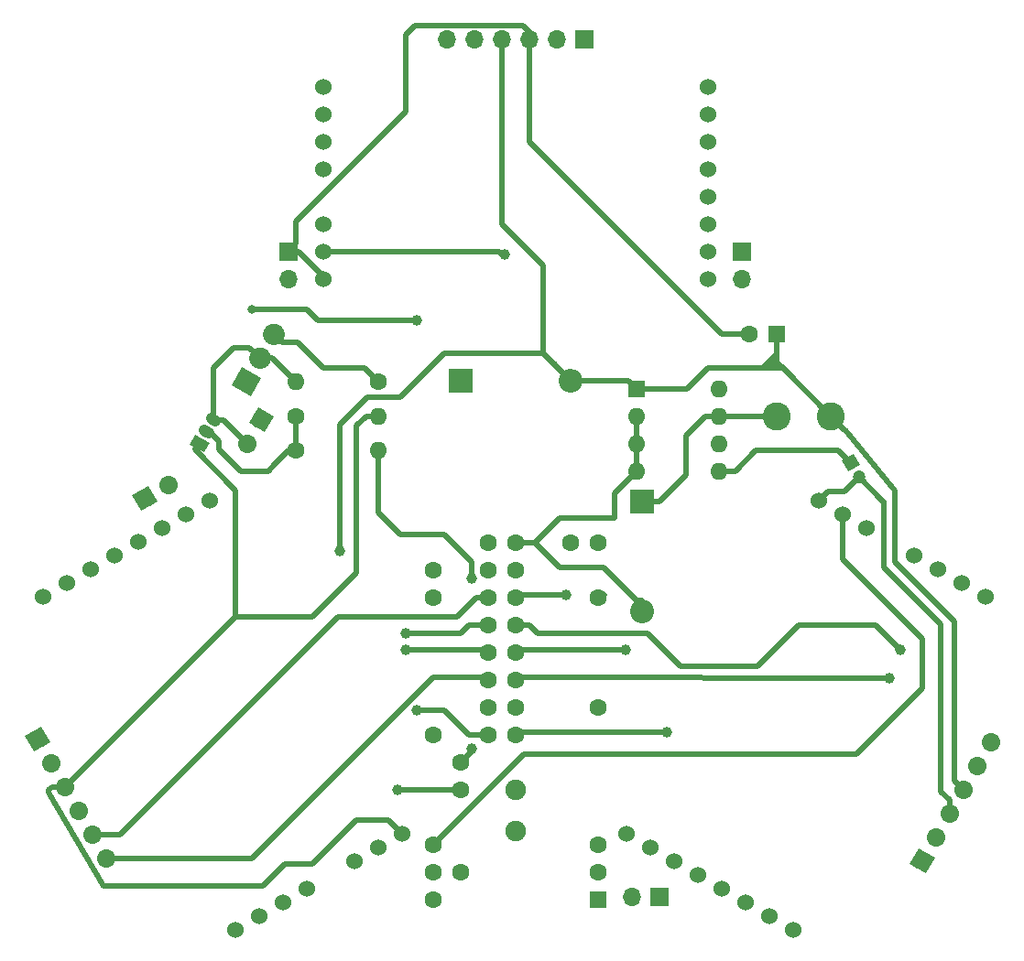
<source format=gbl>
G04 #@! TF.GenerationSoftware,KiCad,Pcbnew,5.0.2-bee76a0~70~ubuntu18.04.1*
G04 #@! TF.CreationDate,2019-01-29T21:25:52+01:00*
G04 #@! TF.ProjectId,Robot Propulsion V2,526f626f-7420-4507-926f-70756c73696f,rev?*
G04 #@! TF.SameCoordinates,Original*
G04 #@! TF.FileFunction,Copper,L2,Bot*
G04 #@! TF.FilePolarity,Positive*
%FSLAX46Y46*%
G04 Gerber Fmt 4.6, Leading zero omitted, Abs format (unit mm)*
G04 Created by KiCad (PCBNEW 5.0.2-bee76a0~70~ubuntu18.04.1) date mar. 29 janv. 2019 21:25:52 CET*
%MOMM*%
%LPD*%
G01*
G04 APERTURE LIST*
G04 #@! TA.AperFunction,ComponentPad*
%ADD10C,1.524000*%
G04 #@! TD*
G04 #@! TA.AperFunction,ComponentPad*
%ADD11C,1.600000*%
G04 #@! TD*
G04 #@! TA.AperFunction,ComponentPad*
%ADD12C,1.900000*%
G04 #@! TD*
G04 #@! TA.AperFunction,ComponentPad*
%ADD13R,1.600000X1.600000*%
G04 #@! TD*
G04 #@! TA.AperFunction,ComponentPad*
%ADD14O,2.200000X2.200000*%
G04 #@! TD*
G04 #@! TA.AperFunction,ComponentPad*
%ADD15R,2.200000X2.200000*%
G04 #@! TD*
G04 #@! TA.AperFunction,ComponentPad*
%ADD16C,1.050000*%
G04 #@! TD*
G04 #@! TA.AperFunction,Conductor*
%ADD17C,0.100000*%
G04 #@! TD*
G04 #@! TA.AperFunction,Conductor*
%ADD18C,1.050000*%
G04 #@! TD*
G04 #@! TA.AperFunction,ComponentPad*
%ADD19O,1.600000X1.600000*%
G04 #@! TD*
G04 #@! TA.AperFunction,ComponentPad*
%ADD20C,1.700000*%
G04 #@! TD*
G04 #@! TA.AperFunction,Conductor*
%ADD21C,1.700000*%
G04 #@! TD*
G04 #@! TA.AperFunction,ComponentPad*
%ADD22O,1.700000X1.700000*%
G04 #@! TD*
G04 #@! TA.AperFunction,ComponentPad*
%ADD23R,1.700000X1.700000*%
G04 #@! TD*
G04 #@! TA.AperFunction,ComponentPad*
%ADD24C,1.200000*%
G04 #@! TD*
G04 #@! TA.AperFunction,ComponentPad*
%ADD25C,2.600000*%
G04 #@! TD*
G04 #@! TA.AperFunction,ComponentPad*
%ADD26C,1.905000*%
G04 #@! TD*
G04 #@! TA.AperFunction,Conductor*
%ADD27C,1.905000*%
G04 #@! TD*
G04 #@! TA.AperFunction,ViaPad*
%ADD28C,1.000000*%
G04 #@! TD*
G04 #@! TA.AperFunction,ViaPad*
%ADD29C,0.800000*%
G04 #@! TD*
G04 #@! TA.AperFunction,Conductor*
%ADD30C,0.500000*%
G04 #@! TD*
G04 APERTURE END LIST*
D10*
G04 #@! TO.P,U2,1*
G04 #@! TO.N,/INA_2*
X162476670Y-83563068D03*
G04 #@! TO.P,U2,2*
G04 #@! TO.N,Net-(U2-Pad2)*
X160276966Y-82293068D03*
G04 #@! TO.P,U2,3*
G04 #@! TO.N,/PWM_2*
X158077261Y-81023068D03*
G04 #@! TO.P,U2,4*
G04 #@! TO.N,/CS_2*
X155877557Y-79753068D03*
G04 #@! TO.P,U2,6*
G04 #@! TO.N,/INB_2*
X151478148Y-77213068D03*
G04 #@! TO.P,U2,7*
G04 #@! TO.N,/3V*
X149278443Y-75943068D03*
G04 #@! TO.P,U2,8*
G04 #@! TO.N,GND*
X147078739Y-74673068D03*
G04 #@! TO.P,U2,18*
G04 #@! TO.N,Net-(J6-Pad2)*
X129298739Y-105468932D03*
G04 #@! TO.P,U2,13*
G04 #@! TO.N,Net-(J5-Pad2)*
X140297261Y-111818932D03*
G04 #@! TO.P,U2,14*
X138097557Y-110548932D03*
G04 #@! TO.P,U2,15*
G04 #@! TO.N,Net-(J6-Pad1)*
X135897852Y-109278932D03*
G04 #@! TO.P,U2,16*
X133698148Y-108008932D03*
G04 #@! TO.P,U2,17*
G04 #@! TO.N,Net-(J6-Pad2)*
X131498443Y-106738932D03*
G04 #@! TO.P,U2,12*
G04 #@! TO.N,Net-(J5-Pad1)*
X142496966Y-113088932D03*
G04 #@! TO.P,U2,11*
X144696670Y-114358932D03*
G04 #@! TD*
D11*
G04 #@! TO.P,U5,27*
G04 #@! TO.N,/PWM_3*
X111430000Y-96294000D03*
G04 #@! TO.P,U5,36*
G04 #@! TO.N,/INB_1*
X113970000Y-101374000D03*
D12*
G04 #@! TO.P,U5,52*
G04 #@! TO.N,Net-(U5-Pad52)*
X119050000Y-105184000D03*
X119050000Y-101374000D03*
D11*
G04 #@! TO.P,U5,51*
G04 #@! TO.N,/CS_1*
X116510000Y-96294000D03*
G04 #@! TO.P,U5,50*
G04 #@! TO.N,Net-(U5-Pad50)*
X116510000Y-93754000D03*
G04 #@! TO.P,U5,49*
G04 #@! TO.N,/ENC_B_1*
X116510000Y-91214000D03*
G04 #@! TO.P,U5,48*
G04 #@! TO.N,/PWM_1*
X116510000Y-88674000D03*
G04 #@! TO.P,U5,47*
G04 #@! TO.N,/INA_1*
X116510000Y-86134000D03*
G04 #@! TO.P,U5,46*
G04 #@! TO.N,/ENC_A_1*
X116510000Y-83594000D03*
G04 #@! TO.P,U5,45*
G04 #@! TO.N,/INA_3*
X116510000Y-81054000D03*
G04 #@! TO.P,U5,44*
G04 #@! TO.N,/ENC_B_3*
X119050000Y-81054000D03*
G04 #@! TO.P,U5,43*
G04 #@! TO.N,/INB_2*
X119050000Y-83594000D03*
G04 #@! TO.P,U5,42*
G04 #@! TO.N,/ENC_B_2*
X119050000Y-86134000D03*
G04 #@! TO.P,U5,41*
G04 #@! TO.N,/PWM_2*
X119050000Y-88674000D03*
G04 #@! TO.P,U5,40*
G04 #@! TO.N,/ENC_A_2*
X119050000Y-91214000D03*
G04 #@! TO.P,U5,39*
G04 #@! TO.N,GND*
X119050000Y-93754000D03*
G04 #@! TO.P,U5,38*
G04 #@! TO.N,/CS_2*
X119050000Y-96294000D03*
D13*
G04 #@! TO.P,U5,1*
G04 #@! TO.N,GND*
X126670000Y-111534000D03*
D11*
G04 #@! TO.P,U5,2*
G04 #@! TO.N,Net-(U5-Pad2)*
X126670000Y-108994000D03*
G04 #@! TO.P,U5,3*
G04 #@! TO.N,/INA_2*
X126670000Y-106454000D03*
G04 #@! TO.P,U5,8*
G04 #@! TO.N,Net-(U5-Pad8)*
X126670000Y-93754000D03*
G04 #@! TO.P,U5,37*
G04 #@! TO.N,/CTRL_ALIM*
X113970000Y-98834000D03*
G04 #@! TO.P,U5,34*
G04 #@! TO.N,Net-(U5-Pad34)*
X113970000Y-108994000D03*
G04 #@! TO.P,U5,33*
G04 #@! TO.N,Net-(D2-Pad1)*
X111430000Y-111534000D03*
G04 #@! TO.P,U5,32*
G04 #@! TO.N,GND*
X111430000Y-108994000D03*
G04 #@! TO.P,U5,31*
G04 #@! TO.N,/3V*
X111430000Y-106454000D03*
G04 #@! TO.P,U5,21*
G04 #@! TO.N,/CS_3*
X111430000Y-81054000D03*
G04 #@! TO.P,U5,14*
G04 #@! TO.N,/ENC_A_3*
X126670000Y-78514000D03*
G04 #@! TO.P,U5,15*
G04 #@! TO.N,Net-(U5-Pad15)*
X124130000Y-78514000D03*
G04 #@! TO.P,U5,18*
G04 #@! TO.N,Net-(U5-Pad18)*
X116510000Y-78514000D03*
G04 #@! TO.P,U5,17*
G04 #@! TO.N,GND*
X119050000Y-78514000D03*
G04 #@! TO.P,U5,12*
G04 #@! TO.N,Net-(U5-Pad12)*
X126670000Y-83594000D03*
G04 #@! TO.P,U5,22*
G04 #@! TO.N,/INB_3*
X111430000Y-83594000D03*
G04 #@! TD*
D10*
G04 #@! TO.P,U1,1*
G04 #@! TO.N,/INA_1*
X93149330Y-114358932D03*
G04 #@! TO.P,U1,2*
G04 #@! TO.N,Net-(U1-Pad2)*
X95349034Y-113088932D03*
G04 #@! TO.P,U1,3*
G04 #@! TO.N,/PWM_1*
X97548739Y-111818932D03*
G04 #@! TO.P,U1,4*
G04 #@! TO.N,/CS_1*
X99748443Y-110548932D03*
G04 #@! TO.P,U1,6*
G04 #@! TO.N,/INB_1*
X104147852Y-108008932D03*
G04 #@! TO.P,U1,7*
G04 #@! TO.N,/3V*
X106347557Y-106738932D03*
G04 #@! TO.P,U1,8*
G04 #@! TO.N,GND*
X108547261Y-105468932D03*
G04 #@! TO.P,U1,18*
G04 #@! TO.N,Net-(J4-Pad2)*
X90767261Y-74673068D03*
G04 #@! TO.P,U1,13*
G04 #@! TO.N,Net-(J3-Pad2)*
X79768739Y-81023068D03*
G04 #@! TO.P,U1,14*
X81968443Y-79753068D03*
G04 #@! TO.P,U1,15*
G04 #@! TO.N,Net-(J4-Pad1)*
X84168148Y-78483068D03*
G04 #@! TO.P,U1,16*
X86367852Y-77213068D03*
G04 #@! TO.P,U1,17*
G04 #@! TO.N,Net-(J4-Pad2)*
X88567557Y-75943068D03*
G04 #@! TO.P,U1,12*
G04 #@! TO.N,Net-(J3-Pad1)*
X77569034Y-82293068D03*
G04 #@! TO.P,U1,11*
X75369330Y-83563068D03*
G04 #@! TD*
D14*
G04 #@! TO.P,D1,2*
G04 #@! TO.N,GND*
X130734000Y-84864000D03*
D15*
G04 #@! TO.P,D1,1*
G04 #@! TO.N,Net-(D1-Pad1)*
X130734000Y-74704000D03*
G04 #@! TD*
D16*
G04 #@! TO.P,Q1,1*
G04 #@! TO.N,GND*
X89840000Y-69370000D03*
D17*
G04 #@! TD*
G04 #@! TO.N,GND*
G04 #@! TO.C,Q1*
G36*
X90227019Y-70199663D02*
X88927981Y-69449663D01*
X89452981Y-68540337D01*
X90752019Y-69290337D01*
X90227019Y-70199663D01*
X90227019Y-70199663D01*
G37*
D16*
G04 #@! TO.P,Q1,3*
G04 #@! TO.N,Net-(J1-Pad2)*
X91110000Y-67170295D03*
D18*
G04 #@! TD*
G04 #@! TO.N,Net-(J1-Pad2)*
G04 #@! TO.C,Q1*
X90915144Y-67057795D02*
X91304856Y-67282795D01*
D16*
G04 #@! TO.P,Q1,2*
G04 #@! TO.N,Net-(Q1-Pad2)*
X90475000Y-68270148D03*
D18*
G04 #@! TD*
G04 #@! TO.N,Net-(Q1-Pad2)*
G04 #@! TO.C,Q1*
X90280144Y-68157648D02*
X90669856Y-68382648D01*
D19*
G04 #@! TO.P,U4,8*
G04 #@! TO.N,Net-(U4-Pad8)*
X137846000Y-64290000D03*
G04 #@! TO.P,U4,4*
G04 #@! TO.N,GND*
X130226000Y-71910000D03*
G04 #@! TO.P,U4,7*
G04 #@! TO.N,Net-(D1-Pad1)*
X137846000Y-66830000D03*
G04 #@! TO.P,U4,3*
G04 #@! TO.N,GND*
X130226000Y-69370000D03*
G04 #@! TO.P,U4,6*
G04 #@! TO.N,Net-(U4-Pad6)*
X137846000Y-69370000D03*
G04 #@! TO.P,U4,2*
G04 #@! TO.N,GND*
X130226000Y-66830000D03*
G04 #@! TO.P,U4,5*
G04 #@! TO.N,Net-(C1-Pad1)*
X137846000Y-71910000D03*
D13*
G04 #@! TO.P,U4,1*
G04 #@! TO.N,+5V*
X130226000Y-64290000D03*
G04 #@! TD*
D10*
G04 #@! TO.P,U3,1*
G04 #@! TO.N,/INA_3*
X101270000Y-36350000D03*
G04 #@! TO.P,U3,2*
G04 #@! TO.N,Net-(U3-Pad2)*
X101270000Y-38890000D03*
G04 #@! TO.P,U3,3*
G04 #@! TO.N,/PWM_3*
X101270000Y-41430000D03*
G04 #@! TO.P,U3,4*
G04 #@! TO.N,/CS_3*
X101270000Y-43970000D03*
G04 #@! TO.P,U3,6*
G04 #@! TO.N,/INB_3*
X101270000Y-49050000D03*
G04 #@! TO.P,U3,7*
G04 #@! TO.N,/3V*
X101270000Y-51590000D03*
G04 #@! TO.P,U3,8*
G04 #@! TO.N,GND*
X101270000Y-54130000D03*
G04 #@! TO.P,U3,18*
G04 #@! TO.N,Net-(J8-Pad2)*
X136830000Y-54130000D03*
G04 #@! TO.P,U3,13*
G04 #@! TO.N,Net-(J7-Pad2)*
X136830000Y-41430000D03*
G04 #@! TO.P,U3,14*
X136830000Y-43970000D03*
G04 #@! TO.P,U3,15*
G04 #@! TO.N,Net-(J8-Pad1)*
X136830000Y-46510000D03*
G04 #@! TO.P,U3,16*
X136830000Y-49050000D03*
G04 #@! TO.P,U3,17*
G04 #@! TO.N,Net-(J8-Pad2)*
X136830000Y-51590000D03*
G04 #@! TO.P,U3,12*
G04 #@! TO.N,Net-(J7-Pad1)*
X136830000Y-38890000D03*
G04 #@! TO.P,U3,11*
X136830000Y-36350000D03*
G04 #@! TD*
D20*
G04 #@! TO.P,J3,6*
G04 #@! TO.N,/ENC_B_1*
X81204000Y-107719114D03*
D21*
G04 #@! TD*
G04 #@! TO.N,/ENC_B_1*
G04 #@! TO.C,J3*
X81204000Y-107719114D02*
X81204000Y-107719114D01*
D20*
G04 #@! TO.P,J3,5*
G04 #@! TO.N,/ENC_A_1*
X79934000Y-105519409D03*
D21*
G04 #@! TD*
G04 #@! TO.N,/ENC_A_1*
G04 #@! TO.C,J3*
X79934000Y-105519409D02*
X79934000Y-105519409D01*
D20*
G04 #@! TO.P,J3,4*
G04 #@! TO.N,+5V*
X78664000Y-103319705D03*
D21*
G04 #@! TD*
G04 #@! TO.N,+5V*
G04 #@! TO.C,J3*
X78664000Y-103319705D02*
X78664000Y-103319705D01*
D20*
G04 #@! TO.P,J3,3*
G04 #@! TO.N,GND*
X77394000Y-101120000D03*
D21*
G04 #@! TD*
G04 #@! TO.N,GND*
G04 #@! TO.C,J3*
X77394000Y-101120000D02*
X77394000Y-101120000D01*
D20*
G04 #@! TO.P,J3,2*
G04 #@! TO.N,Net-(J3-Pad2)*
X76124000Y-98920296D03*
D21*
G04 #@! TD*
G04 #@! TO.N,Net-(J3-Pad2)*
G04 #@! TO.C,J3*
X76124000Y-98920296D02*
X76124000Y-98920296D01*
D20*
G04 #@! TO.P,J3,1*
G04 #@! TO.N,Net-(J3-Pad1)*
X74854000Y-96720591D03*
D17*
G04 #@! TD*
G04 #@! TO.N,Net-(J3-Pad1)*
G04 #@! TO.C,J3*
G36*
X74542878Y-97881713D02*
X73692878Y-96409469D01*
X75165122Y-95559469D01*
X76015122Y-97031713D01*
X74542878Y-97881713D01*
X74542878Y-97881713D01*
G37*
D20*
G04 #@! TO.P,J5,6*
G04 #@! TO.N,/ENC_B_2*
X162992000Y-96979477D03*
D21*
G04 #@! TD*
G04 #@! TO.N,/ENC_B_2*
G04 #@! TO.C,J5*
X162992000Y-96979477D02*
X162992000Y-96979477D01*
D20*
G04 #@! TO.P,J5,5*
G04 #@! TO.N,/ENC_A_2*
X161722000Y-99179182D03*
D21*
G04 #@! TD*
G04 #@! TO.N,/ENC_A_2*
G04 #@! TO.C,J5*
X161722000Y-99179182D02*
X161722000Y-99179182D01*
D20*
G04 #@! TO.P,J5,4*
G04 #@! TO.N,+5V*
X160452000Y-101378886D03*
D21*
G04 #@! TD*
G04 #@! TO.N,+5V*
G04 #@! TO.C,J5*
X160452000Y-101378886D02*
X160452000Y-101378886D01*
D20*
G04 #@! TO.P,J5,3*
G04 #@! TO.N,GND*
X159182000Y-103578591D03*
D21*
G04 #@! TD*
G04 #@! TO.N,GND*
G04 #@! TO.C,J5*
X159182000Y-103578591D02*
X159182000Y-103578591D01*
D20*
G04 #@! TO.P,J5,2*
G04 #@! TO.N,Net-(J5-Pad2)*
X157912000Y-105778295D03*
D21*
G04 #@! TD*
G04 #@! TO.N,Net-(J5-Pad2)*
G04 #@! TO.C,J5*
X157912000Y-105778295D02*
X157912000Y-105778295D01*
D20*
G04 #@! TO.P,J5,1*
G04 #@! TO.N,Net-(J5-Pad1)*
X156642000Y-107978000D03*
D17*
G04 #@! TD*
G04 #@! TO.N,Net-(J5-Pad1)*
G04 #@! TO.C,J5*
G36*
X157803122Y-107666878D02*
X156953122Y-109139122D01*
X155480878Y-108289122D01*
X156330878Y-106816878D01*
X157803122Y-107666878D01*
X157803122Y-107666878D01*
G37*
D22*
G04 #@! TO.P,J7,6*
G04 #@! TO.N,/ENC_B_3*
X112700000Y-31968500D03*
G04 #@! TO.P,J7,5*
G04 #@! TO.N,/ENC_A_3*
X115240000Y-31968500D03*
G04 #@! TO.P,J7,4*
G04 #@! TO.N,+5V*
X117780000Y-31968500D03*
G04 #@! TO.P,J7,3*
G04 #@! TO.N,GND*
X120320000Y-31968500D03*
G04 #@! TO.P,J7,2*
G04 #@! TO.N,Net-(J7-Pad2)*
X122860000Y-31968500D03*
D23*
G04 #@! TO.P,J7,1*
G04 #@! TO.N,Net-(J7-Pad1)*
X125400000Y-31968500D03*
G04 #@! TD*
D24*
G04 #@! TO.P,C1,2*
G04 #@! TO.N,GND*
X150788000Y-72447038D03*
G04 #@! TO.P,C1,1*
G04 #@! TO.N,Net-(C1-Pad1)*
X150038000Y-71148000D03*
D17*
G04 #@! TD*
G04 #@! TO.N,Net-(C1-Pad1)*
G04 #@! TO.C,C1*
G36*
X149218385Y-70928385D02*
X150257615Y-70328385D01*
X150857615Y-71367615D01*
X149818385Y-71967615D01*
X149218385Y-70928385D01*
X149218385Y-70928385D01*
G37*
D11*
G04 #@! TO.P,C2,2*
G04 #@! TO.N,GND*
X140680000Y-59210000D03*
D13*
G04 #@! TO.P,C2,1*
G04 #@! TO.N,+5V*
X143180000Y-59210000D03*
G04 #@! TD*
D14*
G04 #@! TO.P,D2,2*
G04 #@! TO.N,+5V*
X124130000Y-63528000D03*
D15*
G04 #@! TO.P,D2,1*
G04 #@! TO.N,Net-(D2-Pad1)*
X113970000Y-63528000D03*
G04 #@! TD*
D25*
G04 #@! TO.P,L1,2*
G04 #@! TO.N,+5V*
X148180000Y-66830000D03*
G04 #@! TO.P,L1,1*
G04 #@! TO.N,Net-(D1-Pad1)*
X143180000Y-66830000D03*
G04 #@! TD*
D19*
G04 #@! TO.P,R1,2*
G04 #@! TO.N,/CTRL_ALIM*
X106350000Y-70005000D03*
D11*
G04 #@! TO.P,R1,1*
G04 #@! TO.N,Net-(Q1-Pad2)*
X98730000Y-70005000D03*
G04 #@! TD*
D19*
G04 #@! TO.P,R3,2*
G04 #@! TO.N,GND*
X106350000Y-66830000D03*
D11*
G04 #@! TO.P,R3,1*
G04 #@! TO.N,Net-(Q1-Pad2)*
X98730000Y-66830000D03*
G04 #@! TD*
D19*
G04 #@! TO.P,R4,2*
G04 #@! TO.N,Net-(J1-Pad2)*
X98730000Y-63655000D03*
D11*
G04 #@! TO.P,R4,1*
G04 #@! TO.N,+BATT*
X106350000Y-63655000D03*
G04 #@! TD*
D26*
G04 #@! TO.P,Q2,3*
G04 #@! TO.N,+BATT*
X96698000Y-59255591D03*
D27*
G04 #@! TD*
G04 #@! TO.N,+BATT*
G04 #@! TO.C,Q2*
X96656864Y-59231841D02*
X96739136Y-59279341D01*
D26*
G04 #@! TO.P,Q2,2*
G04 #@! TO.N,Net-(J1-Pad2)*
X95428000Y-61455295D03*
D27*
G04 #@! TD*
G04 #@! TO.N,Net-(J1-Pad2)*
G04 #@! TO.C,Q2*
X95386864Y-61431545D02*
X95469136Y-61479045D01*
D26*
G04 #@! TO.P,Q2,1*
G04 #@! TO.N,Net-(C1-Pad1)*
X94158000Y-63655000D03*
D17*
G04 #@! TD*
G04 #@! TO.N,Net-(C1-Pad1)*
G04 #@! TO.C,Q2*
G36*
X94547775Y-64979889D02*
X92815725Y-63979889D01*
X93768225Y-62330111D01*
X95500275Y-63330111D01*
X94547775Y-64979889D01*
X94547775Y-64979889D01*
G37*
D20*
G04 #@! TO.P,J1,2*
G04 #@! TO.N,Net-(J1-Pad2)*
X94285000Y-69370000D03*
D21*
G04 #@! TD*
G04 #@! TO.N,Net-(J1-Pad2)*
G04 #@! TO.C,J1*
X94285000Y-69370000D02*
X94285000Y-69370000D01*
D20*
G04 #@! TO.P,J1,1*
G04 #@! TO.N,GND*
X95555000Y-67170295D03*
D17*
G04 #@! TD*
G04 #@! TO.N,GND*
G04 #@! TO.C,J1*
G36*
X94393878Y-67481417D02*
X95243878Y-66009173D01*
X96716122Y-66859173D01*
X95866122Y-68331417D01*
X94393878Y-67481417D01*
X94393878Y-67481417D01*
G37*
D22*
G04 #@! TO.P,J2,2*
G04 #@! TO.N,+BATT*
X98095000Y-54130000D03*
D23*
G04 #@! TO.P,J2,1*
G04 #@! TO.N,GND*
X98095000Y-51590000D03*
G04 #@! TD*
D22*
G04 #@! TO.P,J6,2*
G04 #@! TO.N,Net-(J6-Pad2)*
X129845000Y-111280000D03*
D23*
G04 #@! TO.P,J6,1*
G04 #@! TO.N,Net-(J6-Pad1)*
X132385000Y-111280000D03*
G04 #@! TD*
D22*
G04 #@! TO.P,J8,2*
G04 #@! TO.N,Net-(J8-Pad2)*
X140005000Y-54130000D03*
D23*
G04 #@! TO.P,J8,1*
G04 #@! TO.N,Net-(J8-Pad1)*
X140005000Y-51590000D03*
G04 #@! TD*
D20*
G04 #@! TO.P,J4,2*
G04 #@! TO.N,Net-(J4-Pad2)*
X86959705Y-73180000D03*
D21*
G04 #@! TD*
G04 #@! TO.N,Net-(J4-Pad2)*
G04 #@! TO.C,J4*
X86959705Y-73180000D02*
X86959705Y-73180000D01*
D20*
G04 #@! TO.P,J4,1*
G04 #@! TO.N,Net-(J4-Pad1)*
X84760000Y-74450000D03*
D17*
G04 #@! TD*
G04 #@! TO.N,Net-(J4-Pad1)*
G04 #@! TO.C,J4*
G36*
X85921122Y-74761122D02*
X84448878Y-75611122D01*
X83598878Y-74138878D01*
X85071122Y-73288878D01*
X85921122Y-74761122D01*
X85921122Y-74761122D01*
G37*
D28*
G04 #@! TO.N,Net-(C1-Pad1)*
X109906000Y-57940000D03*
D29*
X94666000Y-56924000D03*
D28*
G04 #@! TO.N,+5V*
X102794000Y-79276000D03*
G04 #@! TO.N,/INA_1*
X108890000Y-86896000D03*
G04 #@! TO.N,/PWM_1*
X108890000Y-88420000D03*
G04 #@! TO.N,/CS_1*
X109906000Y-94008000D03*
G04 #@! TO.N,/INB_1*
X108128000Y-101374000D03*
G04 #@! TO.N,/INB_2*
X123702000Y-83340000D03*
G04 #@! TO.N,/CS_2*
X133020000Y-96040000D03*
G04 #@! TO.N,/PWM_2*
X129210000Y-88420000D03*
G04 #@! TO.N,/CTRL_ALIM*
X114986000Y-81816000D03*
X114986000Y-97564000D03*
G04 #@! TO.N,/ENC_B_2*
X154610000Y-88420000D03*
G04 #@! TO.N,/ENC_A_2*
X153594000Y-91051182D03*
G04 #@! TO.N,/3V*
X118034000Y-51844000D03*
G04 #@! TD*
D30*
G04 #@! TO.N,Net-(D1-Pad1)*
X143180000Y-66830000D02*
X137846000Y-66830000D01*
X134798000Y-68608000D02*
X136576000Y-66830000D01*
X134798000Y-72240000D02*
X134798000Y-68608000D01*
X130734000Y-74704000D02*
X132334000Y-74704000D01*
X136576000Y-66830000D02*
X137846000Y-66830000D01*
X132334000Y-74704000D02*
X134798000Y-72240000D01*
G04 #@! TO.N,GND*
X101270000Y-53876000D02*
X101270000Y-54130000D01*
X98095000Y-51590000D02*
X98984000Y-51590000D01*
X98984000Y-51590000D02*
X101270000Y-53876000D01*
X109745501Y-30668499D02*
X119718499Y-30668499D01*
X98095000Y-51463000D02*
X98730000Y-50828000D01*
X108890000Y-31524000D02*
X109745501Y-30668499D01*
X98095000Y-51590000D02*
X98095000Y-51463000D01*
X98730000Y-50828000D02*
X98730000Y-48796000D01*
X119718499Y-30668499D02*
X120320000Y-31270000D01*
X108890000Y-38636000D02*
X108890000Y-31524000D01*
X120320000Y-31270000D02*
X120320000Y-31968500D01*
X98730000Y-48796000D02*
X108890000Y-38636000D01*
X89384964Y-69825036D02*
X89840000Y-69370000D01*
X89384964Y-69930964D02*
X89384964Y-69825036D01*
X93142000Y-73688000D02*
X89384964Y-69930964D01*
X93142000Y-85372000D02*
X93142000Y-73688000D01*
X77394000Y-101120000D02*
X93142000Y-85372000D01*
X127178000Y-80800000D02*
X123114000Y-80800000D01*
X130226000Y-83848000D02*
X127178000Y-80800000D01*
X130734000Y-84864000D02*
X130734000Y-83848000D01*
X120828000Y-78514000D02*
X119050000Y-78514000D01*
X123114000Y-80800000D02*
X120828000Y-78514000D01*
X130734000Y-83848000D02*
X130226000Y-83848000D01*
X120828000Y-78514000D02*
X123114000Y-76228000D01*
X123114000Y-76228000D02*
X128194000Y-76228000D01*
X128194000Y-73942000D02*
X130226000Y-71910000D01*
X128194000Y-76228000D02*
X128194000Y-73942000D01*
X80950000Y-110264000D02*
X75870000Y-101628000D01*
X107246329Y-104168000D02*
X104318000Y-104168000D01*
X108547261Y-105468932D02*
X107246329Y-104168000D01*
X104318000Y-104168000D02*
X100254000Y-108232000D01*
X100254000Y-108232000D02*
X97714000Y-108232000D01*
X97714000Y-108232000D02*
X95682000Y-110264000D01*
X95682000Y-110264000D02*
X80950000Y-110264000D01*
X75870000Y-101441919D02*
X76191919Y-101120000D01*
X76191919Y-101120000D02*
X77394000Y-101120000D01*
X75870000Y-101628000D02*
X75870000Y-101441919D01*
X130226000Y-71910000D02*
X130226000Y-69370000D01*
X130226000Y-69370000D02*
X130226000Y-66830000D01*
X120320000Y-31968500D02*
X120320000Y-41430000D01*
X138100000Y-59210000D02*
X140680000Y-59210000D01*
X120320000Y-41430000D02*
X138100000Y-59210000D01*
X100254000Y-85372000D02*
X93142000Y-85372000D01*
X104318000Y-81308000D02*
X100254000Y-85372000D01*
X104318000Y-67730630D02*
X104318000Y-81308000D01*
X106350000Y-66830000D02*
X105218630Y-66830000D01*
X105218630Y-66830000D02*
X104318000Y-67730630D01*
X158358010Y-101552520D02*
X158358010Y-86072010D01*
X159182000Y-103578591D02*
X159182000Y-102376510D01*
X159182000Y-102376510D02*
X158358010Y-101552520D01*
X158358010Y-86072010D02*
X153086000Y-80800000D01*
X153086000Y-80800000D02*
X153086000Y-74704000D01*
X153044962Y-74704000D02*
X150788000Y-72447038D01*
X153086000Y-74704000D02*
X153044962Y-74704000D01*
X149420038Y-73815000D02*
X150788000Y-72447038D01*
X147078739Y-74673068D02*
X147936807Y-73815000D01*
X147936807Y-73815000D02*
X149420038Y-73815000D01*
G04 #@! TO.N,Net-(Q1-Pad2)*
X96825000Y-71275000D02*
X98095000Y-70005000D01*
X91618000Y-69878000D02*
X93650000Y-71910000D01*
X96190000Y-71910000D02*
X96825000Y-71275000D01*
X90475000Y-68270148D02*
X90772148Y-68270148D01*
X90772148Y-68270148D02*
X91618000Y-69116000D01*
X91618000Y-69116000D02*
X91618000Y-69878000D01*
X93650000Y-71910000D02*
X96190000Y-71910000D01*
X98730000Y-70005000D02*
X98730000Y-66830000D01*
G04 #@! TO.N,+BATT*
X97472109Y-60029700D02*
X98914700Y-60029700D01*
X96698000Y-59255591D02*
X97472109Y-60029700D01*
X98914700Y-60029700D02*
X101270000Y-62385000D01*
X105080000Y-62385000D02*
X106350000Y-63655000D01*
X101270000Y-62385000D02*
X105080000Y-62385000D01*
G04 #@! TO.N,Net-(C1-Pad1)*
X148895000Y-70005000D02*
X150038000Y-71148000D01*
X141275000Y-70005000D02*
X148895000Y-70005000D01*
X137846000Y-71910000D02*
X139370000Y-71910000D01*
X139370000Y-71910000D02*
X141275000Y-70005000D01*
X107874000Y-57940000D02*
X102286000Y-57940000D01*
X102286000Y-57940000D02*
X100762000Y-57940000D01*
X100762000Y-57940000D02*
X99746000Y-56924000D01*
X99746000Y-56924000D02*
X94666000Y-56924000D01*
X107874000Y-57940000D02*
X109906000Y-57940000D01*
X109906000Y-57940000D02*
X109906000Y-57940000D01*
X94666000Y-56924000D02*
X94666000Y-56924000D01*
G04 #@! TO.N,+5V*
X136830000Y-62385000D02*
X141910000Y-62385000D01*
X130226000Y-64290000D02*
X134925000Y-64290000D01*
X143180000Y-61115000D02*
X143180000Y-59210000D01*
X134925000Y-64290000D02*
X136830000Y-62385000D01*
X143735000Y-62385000D02*
X148180000Y-66830000D01*
X143180000Y-61830000D02*
X143180000Y-59210000D01*
X143735000Y-62385000D02*
X143180000Y-61830000D01*
X142625000Y-61830000D02*
X142545000Y-61750000D01*
X143180000Y-61830000D02*
X142625000Y-61830000D01*
X141910000Y-62385000D02*
X142545000Y-61750000D01*
X142545000Y-61750000D02*
X143180000Y-61115000D01*
X142545000Y-61750000D02*
X142545000Y-62385000D01*
X141910000Y-62385000D02*
X142545000Y-62385000D01*
X142545000Y-62385000D02*
X143180000Y-62385000D01*
X143180000Y-62385000D02*
X143735000Y-62385000D01*
X143180000Y-62385000D02*
X143180000Y-61830000D01*
X143100000Y-61830000D02*
X142545000Y-62385000D01*
X143180000Y-61830000D02*
X143100000Y-61830000D01*
X117780000Y-31968500D02*
X117780000Y-49050000D01*
X123030001Y-62428001D02*
X124130000Y-63528000D01*
X122579999Y-61977999D02*
X123030001Y-62428001D01*
X105334000Y-65052000D02*
X108382000Y-65052000D01*
X102794000Y-77244000D02*
X102794000Y-67592000D01*
X112446000Y-60988000D02*
X121590000Y-60988000D01*
X108382000Y-65052000D02*
X112446000Y-60988000D01*
X102794000Y-67592000D02*
X105334000Y-65052000D01*
X129464000Y-63528000D02*
X130226000Y-64290000D01*
X124130000Y-63528000D02*
X129464000Y-63528000D01*
X124130000Y-63528000D02*
X121590000Y-60988000D01*
X121590000Y-60988000D02*
X121590000Y-52860000D01*
X117780000Y-49050000D02*
X121590000Y-52860000D01*
X102794000Y-77244000D02*
X102794000Y-79276000D01*
X148180000Y-66830000D02*
X149479999Y-68129999D01*
X154102000Y-80292000D02*
X159602001Y-85792001D01*
X159602001Y-100528887D02*
X160452000Y-101378886D01*
X159602001Y-85792001D02*
X159602001Y-100528887D01*
X149530000Y-68100000D02*
X154102000Y-73688000D01*
X154102000Y-73688000D02*
X154102000Y-80292000D01*
G04 #@! TO.N,/INA_1*
X116256000Y-85880000D02*
X116510000Y-86134000D01*
X116510000Y-86134000D02*
X114732000Y-86134000D01*
X113970000Y-86896000D02*
X108890000Y-86896000D01*
X114732000Y-86134000D02*
X113970000Y-86896000D01*
G04 #@! TO.N,/PWM_1*
X116002000Y-88420000D02*
X116256000Y-88674000D01*
X108890000Y-88420000D02*
X116002000Y-88420000D01*
G04 #@! TO.N,/CS_1*
X116002000Y-96040000D02*
X116256000Y-96294000D01*
X116510000Y-96294000D02*
X114732000Y-96294000D01*
X114732000Y-96294000D02*
X112446000Y-94008000D01*
X112446000Y-94008000D02*
X109906000Y-94008000D01*
X109906000Y-94008000D02*
X109906000Y-94008000D01*
G04 #@! TO.N,/INB_1*
X113970000Y-101374000D02*
X108128000Y-101374000D01*
G04 #@! TO.N,/INB_2*
X119304000Y-83340000D02*
X119050000Y-83594000D01*
X122860000Y-83340000D02*
X119304000Y-83340000D01*
X122860000Y-83340000D02*
X123702000Y-83340000D01*
G04 #@! TO.N,/CS_2*
X119050000Y-96040000D02*
X118796000Y-96294000D01*
X119304000Y-96040000D02*
X119050000Y-96294000D01*
X133020000Y-96040000D02*
X119304000Y-96040000D01*
G04 #@! TO.N,/PWM_2*
X119304000Y-88420000D02*
X119050000Y-88674000D01*
X129210000Y-88420000D02*
X119304000Y-88420000D01*
G04 #@! TO.N,/ENC_B_1*
X81204000Y-107719114D02*
X81970886Y-107719114D01*
X116256000Y-90960000D02*
X116510000Y-91214000D01*
X111430000Y-90960000D02*
X116256000Y-90960000D01*
X81204000Y-107719114D02*
X94670886Y-107719114D01*
X94670886Y-107719114D02*
X111430000Y-90960000D01*
G04 #@! TO.N,/ENC_A_1*
X116002000Y-83340000D02*
X116256000Y-83594000D01*
X102621409Y-85372000D02*
X82474000Y-105519409D01*
X115378630Y-83594000D02*
X113600630Y-85372000D01*
X116510000Y-83594000D02*
X115378630Y-83594000D01*
X79934000Y-105519409D02*
X82474000Y-105519409D01*
X113600630Y-85372000D02*
X102621409Y-85372000D01*
G04 #@! TO.N,Net-(U5-Pad12)*
X126670000Y-83594000D02*
X127051000Y-83594000D01*
X127051000Y-83594000D02*
X127305000Y-83340000D01*
G04 #@! TO.N,/CTRL_ALIM*
X106350000Y-70005000D02*
X106350000Y-71136370D01*
X106350000Y-71136370D02*
X106350000Y-75720000D01*
X106350000Y-75720000D02*
X108382000Y-77752000D01*
X108382000Y-77752000D02*
X109978002Y-77752000D01*
X109978002Y-77752000D02*
X112446000Y-77752000D01*
X112446000Y-77752000D02*
X113970000Y-79276000D01*
X113970000Y-79276000D02*
X114478000Y-79784000D01*
X114478000Y-79784000D02*
X114986000Y-80292000D01*
X114986000Y-80292000D02*
X114986000Y-81816000D01*
X114986000Y-81816000D02*
X114986000Y-81816000D01*
X114986000Y-97818000D02*
X113970000Y-98834000D01*
X114986000Y-97564000D02*
X114986000Y-97818000D01*
G04 #@! TO.N,/ENC_B_2*
X120320000Y-86134000D02*
X119600010Y-86134000D01*
X121082000Y-86896000D02*
X120320000Y-86134000D01*
X152324000Y-86134000D02*
X145212000Y-86134000D01*
X134290000Y-89944000D02*
X131242000Y-86896000D01*
X145212000Y-86134000D02*
X141402000Y-89944000D01*
X141402000Y-89944000D02*
X134290000Y-89944000D01*
X154610000Y-88420000D02*
X152324000Y-86134000D01*
X131242000Y-86896000D02*
X121082000Y-86896000D01*
G04 #@! TO.N,/ENC_A_2*
X161722000Y-99179182D02*
X161559182Y-99179182D01*
X119304000Y-90960000D02*
X119050000Y-91214000D01*
X153340000Y-90960000D02*
X153594000Y-91051182D01*
X153594000Y-91051182D02*
X119304000Y-90960000D01*
G04 #@! TO.N,/3V*
X149278443Y-79024443D02*
X149278443Y-75943068D01*
X119812000Y-98072000D02*
X150546000Y-98072000D01*
X150546000Y-98072000D02*
X156642000Y-91976000D01*
X156642000Y-87404000D02*
X149278443Y-80040443D01*
X149278443Y-80040443D02*
X149278443Y-79024443D01*
X111430000Y-106454000D02*
X119812000Y-98072000D01*
X156642000Y-91976000D02*
X156642000Y-87404000D01*
X117756000Y-51844000D02*
X118034000Y-51844000D01*
X101270000Y-51590000D02*
X117502000Y-51590000D01*
X117502000Y-51590000D02*
X117756000Y-51844000D01*
G04 #@! TO.N,Net-(J1-Pad2)*
X94452705Y-60480000D02*
X95428000Y-61455295D01*
X91110000Y-67170295D02*
X91110000Y-62385000D01*
X93015000Y-60480000D02*
X94452705Y-60480000D01*
X91110000Y-62385000D02*
X93015000Y-60480000D01*
X92085295Y-67170295D02*
X94285000Y-69370000D01*
X91110000Y-67170295D02*
X92085295Y-67170295D01*
X96530295Y-61455295D02*
X98730000Y-63655000D01*
X95428000Y-61455295D02*
X96530295Y-61455295D01*
G04 #@! TD*
M02*

</source>
